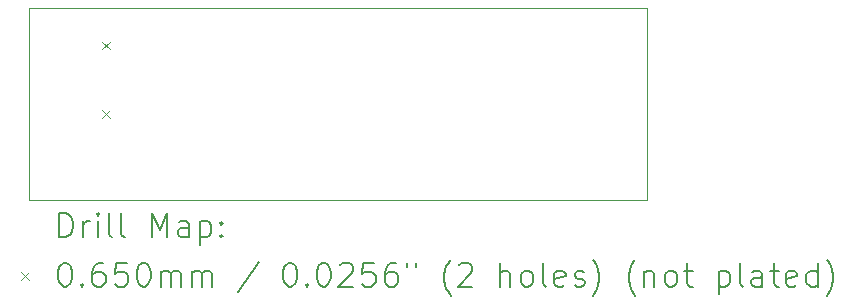
<source format=gbr>
%TF.GenerationSoftware,KiCad,Pcbnew,9.0.3*%
%TF.CreationDate,2025-08-03T15:25:44-04:00*%
%TF.ProjectId,CH32V003F4U6,43483332-5630-4303-9346-3455362e6b69,rev?*%
%TF.SameCoordinates,Original*%
%TF.FileFunction,Drillmap*%
%TF.FilePolarity,Positive*%
%FSLAX45Y45*%
G04 Gerber Fmt 4.5, Leading zero omitted, Abs format (unit mm)*
G04 Created by KiCad (PCBNEW 9.0.3) date 2025-08-03 15:25:44*
%MOMM*%
%LPD*%
G01*
G04 APERTURE LIST*
%ADD10C,0.100000*%
%ADD11C,0.200000*%
G04 APERTURE END LIST*
D10*
X12700000Y-11379200D02*
X17932400Y-11379200D01*
X17932400Y-13004800D01*
X12700000Y-13004800D01*
X12700000Y-11379200D01*
D11*
D10*
X13317500Y-11668500D02*
X13382500Y-11733500D01*
X13382500Y-11668500D02*
X13317500Y-11733500D01*
X13317500Y-12246500D02*
X13382500Y-12311500D01*
X13382500Y-12246500D02*
X13317500Y-12311500D01*
D11*
X12955777Y-13321284D02*
X12955777Y-13121284D01*
X12955777Y-13121284D02*
X13003396Y-13121284D01*
X13003396Y-13121284D02*
X13031967Y-13130808D01*
X13031967Y-13130808D02*
X13051015Y-13149855D01*
X13051015Y-13149855D02*
X13060539Y-13168903D01*
X13060539Y-13168903D02*
X13070062Y-13206998D01*
X13070062Y-13206998D02*
X13070062Y-13235569D01*
X13070062Y-13235569D02*
X13060539Y-13273665D01*
X13060539Y-13273665D02*
X13051015Y-13292712D01*
X13051015Y-13292712D02*
X13031967Y-13311760D01*
X13031967Y-13311760D02*
X13003396Y-13321284D01*
X13003396Y-13321284D02*
X12955777Y-13321284D01*
X13155777Y-13321284D02*
X13155777Y-13187950D01*
X13155777Y-13226046D02*
X13165301Y-13206998D01*
X13165301Y-13206998D02*
X13174824Y-13197474D01*
X13174824Y-13197474D02*
X13193872Y-13187950D01*
X13193872Y-13187950D02*
X13212920Y-13187950D01*
X13279586Y-13321284D02*
X13279586Y-13187950D01*
X13279586Y-13121284D02*
X13270062Y-13130808D01*
X13270062Y-13130808D02*
X13279586Y-13140331D01*
X13279586Y-13140331D02*
X13289110Y-13130808D01*
X13289110Y-13130808D02*
X13279586Y-13121284D01*
X13279586Y-13121284D02*
X13279586Y-13140331D01*
X13403396Y-13321284D02*
X13384348Y-13311760D01*
X13384348Y-13311760D02*
X13374824Y-13292712D01*
X13374824Y-13292712D02*
X13374824Y-13121284D01*
X13508158Y-13321284D02*
X13489110Y-13311760D01*
X13489110Y-13311760D02*
X13479586Y-13292712D01*
X13479586Y-13292712D02*
X13479586Y-13121284D01*
X13736729Y-13321284D02*
X13736729Y-13121284D01*
X13736729Y-13121284D02*
X13803396Y-13264141D01*
X13803396Y-13264141D02*
X13870062Y-13121284D01*
X13870062Y-13121284D02*
X13870062Y-13321284D01*
X14051015Y-13321284D02*
X14051015Y-13216522D01*
X14051015Y-13216522D02*
X14041491Y-13197474D01*
X14041491Y-13197474D02*
X14022443Y-13187950D01*
X14022443Y-13187950D02*
X13984348Y-13187950D01*
X13984348Y-13187950D02*
X13965301Y-13197474D01*
X14051015Y-13311760D02*
X14031967Y-13321284D01*
X14031967Y-13321284D02*
X13984348Y-13321284D01*
X13984348Y-13321284D02*
X13965301Y-13311760D01*
X13965301Y-13311760D02*
X13955777Y-13292712D01*
X13955777Y-13292712D02*
X13955777Y-13273665D01*
X13955777Y-13273665D02*
X13965301Y-13254617D01*
X13965301Y-13254617D02*
X13984348Y-13245093D01*
X13984348Y-13245093D02*
X14031967Y-13245093D01*
X14031967Y-13245093D02*
X14051015Y-13235569D01*
X14146253Y-13187950D02*
X14146253Y-13387950D01*
X14146253Y-13197474D02*
X14165301Y-13187950D01*
X14165301Y-13187950D02*
X14203396Y-13187950D01*
X14203396Y-13187950D02*
X14222443Y-13197474D01*
X14222443Y-13197474D02*
X14231967Y-13206998D01*
X14231967Y-13206998D02*
X14241491Y-13226046D01*
X14241491Y-13226046D02*
X14241491Y-13283188D01*
X14241491Y-13283188D02*
X14231967Y-13302236D01*
X14231967Y-13302236D02*
X14222443Y-13311760D01*
X14222443Y-13311760D02*
X14203396Y-13321284D01*
X14203396Y-13321284D02*
X14165301Y-13321284D01*
X14165301Y-13321284D02*
X14146253Y-13311760D01*
X14327205Y-13302236D02*
X14336729Y-13311760D01*
X14336729Y-13311760D02*
X14327205Y-13321284D01*
X14327205Y-13321284D02*
X14317682Y-13311760D01*
X14317682Y-13311760D02*
X14327205Y-13302236D01*
X14327205Y-13302236D02*
X14327205Y-13321284D01*
X14327205Y-13197474D02*
X14336729Y-13206998D01*
X14336729Y-13206998D02*
X14327205Y-13216522D01*
X14327205Y-13216522D02*
X14317682Y-13206998D01*
X14317682Y-13206998D02*
X14327205Y-13197474D01*
X14327205Y-13197474D02*
X14327205Y-13216522D01*
D10*
X12630000Y-13617300D02*
X12695000Y-13682300D01*
X12695000Y-13617300D02*
X12630000Y-13682300D01*
D11*
X12993872Y-13541284D02*
X13012920Y-13541284D01*
X13012920Y-13541284D02*
X13031967Y-13550808D01*
X13031967Y-13550808D02*
X13041491Y-13560331D01*
X13041491Y-13560331D02*
X13051015Y-13579379D01*
X13051015Y-13579379D02*
X13060539Y-13617474D01*
X13060539Y-13617474D02*
X13060539Y-13665093D01*
X13060539Y-13665093D02*
X13051015Y-13703188D01*
X13051015Y-13703188D02*
X13041491Y-13722236D01*
X13041491Y-13722236D02*
X13031967Y-13731760D01*
X13031967Y-13731760D02*
X13012920Y-13741284D01*
X13012920Y-13741284D02*
X12993872Y-13741284D01*
X12993872Y-13741284D02*
X12974824Y-13731760D01*
X12974824Y-13731760D02*
X12965301Y-13722236D01*
X12965301Y-13722236D02*
X12955777Y-13703188D01*
X12955777Y-13703188D02*
X12946253Y-13665093D01*
X12946253Y-13665093D02*
X12946253Y-13617474D01*
X12946253Y-13617474D02*
X12955777Y-13579379D01*
X12955777Y-13579379D02*
X12965301Y-13560331D01*
X12965301Y-13560331D02*
X12974824Y-13550808D01*
X12974824Y-13550808D02*
X12993872Y-13541284D01*
X13146253Y-13722236D02*
X13155777Y-13731760D01*
X13155777Y-13731760D02*
X13146253Y-13741284D01*
X13146253Y-13741284D02*
X13136729Y-13731760D01*
X13136729Y-13731760D02*
X13146253Y-13722236D01*
X13146253Y-13722236D02*
X13146253Y-13741284D01*
X13327205Y-13541284D02*
X13289110Y-13541284D01*
X13289110Y-13541284D02*
X13270062Y-13550808D01*
X13270062Y-13550808D02*
X13260539Y-13560331D01*
X13260539Y-13560331D02*
X13241491Y-13588903D01*
X13241491Y-13588903D02*
X13231967Y-13626998D01*
X13231967Y-13626998D02*
X13231967Y-13703188D01*
X13231967Y-13703188D02*
X13241491Y-13722236D01*
X13241491Y-13722236D02*
X13251015Y-13731760D01*
X13251015Y-13731760D02*
X13270062Y-13741284D01*
X13270062Y-13741284D02*
X13308158Y-13741284D01*
X13308158Y-13741284D02*
X13327205Y-13731760D01*
X13327205Y-13731760D02*
X13336729Y-13722236D01*
X13336729Y-13722236D02*
X13346253Y-13703188D01*
X13346253Y-13703188D02*
X13346253Y-13655569D01*
X13346253Y-13655569D02*
X13336729Y-13636522D01*
X13336729Y-13636522D02*
X13327205Y-13626998D01*
X13327205Y-13626998D02*
X13308158Y-13617474D01*
X13308158Y-13617474D02*
X13270062Y-13617474D01*
X13270062Y-13617474D02*
X13251015Y-13626998D01*
X13251015Y-13626998D02*
X13241491Y-13636522D01*
X13241491Y-13636522D02*
X13231967Y-13655569D01*
X13527205Y-13541284D02*
X13431967Y-13541284D01*
X13431967Y-13541284D02*
X13422443Y-13636522D01*
X13422443Y-13636522D02*
X13431967Y-13626998D01*
X13431967Y-13626998D02*
X13451015Y-13617474D01*
X13451015Y-13617474D02*
X13498634Y-13617474D01*
X13498634Y-13617474D02*
X13517682Y-13626998D01*
X13517682Y-13626998D02*
X13527205Y-13636522D01*
X13527205Y-13636522D02*
X13536729Y-13655569D01*
X13536729Y-13655569D02*
X13536729Y-13703188D01*
X13536729Y-13703188D02*
X13527205Y-13722236D01*
X13527205Y-13722236D02*
X13517682Y-13731760D01*
X13517682Y-13731760D02*
X13498634Y-13741284D01*
X13498634Y-13741284D02*
X13451015Y-13741284D01*
X13451015Y-13741284D02*
X13431967Y-13731760D01*
X13431967Y-13731760D02*
X13422443Y-13722236D01*
X13660539Y-13541284D02*
X13679586Y-13541284D01*
X13679586Y-13541284D02*
X13698634Y-13550808D01*
X13698634Y-13550808D02*
X13708158Y-13560331D01*
X13708158Y-13560331D02*
X13717682Y-13579379D01*
X13717682Y-13579379D02*
X13727205Y-13617474D01*
X13727205Y-13617474D02*
X13727205Y-13665093D01*
X13727205Y-13665093D02*
X13717682Y-13703188D01*
X13717682Y-13703188D02*
X13708158Y-13722236D01*
X13708158Y-13722236D02*
X13698634Y-13731760D01*
X13698634Y-13731760D02*
X13679586Y-13741284D01*
X13679586Y-13741284D02*
X13660539Y-13741284D01*
X13660539Y-13741284D02*
X13641491Y-13731760D01*
X13641491Y-13731760D02*
X13631967Y-13722236D01*
X13631967Y-13722236D02*
X13622443Y-13703188D01*
X13622443Y-13703188D02*
X13612920Y-13665093D01*
X13612920Y-13665093D02*
X13612920Y-13617474D01*
X13612920Y-13617474D02*
X13622443Y-13579379D01*
X13622443Y-13579379D02*
X13631967Y-13560331D01*
X13631967Y-13560331D02*
X13641491Y-13550808D01*
X13641491Y-13550808D02*
X13660539Y-13541284D01*
X13812920Y-13741284D02*
X13812920Y-13607950D01*
X13812920Y-13626998D02*
X13822443Y-13617474D01*
X13822443Y-13617474D02*
X13841491Y-13607950D01*
X13841491Y-13607950D02*
X13870063Y-13607950D01*
X13870063Y-13607950D02*
X13889110Y-13617474D01*
X13889110Y-13617474D02*
X13898634Y-13636522D01*
X13898634Y-13636522D02*
X13898634Y-13741284D01*
X13898634Y-13636522D02*
X13908158Y-13617474D01*
X13908158Y-13617474D02*
X13927205Y-13607950D01*
X13927205Y-13607950D02*
X13955777Y-13607950D01*
X13955777Y-13607950D02*
X13974824Y-13617474D01*
X13974824Y-13617474D02*
X13984348Y-13636522D01*
X13984348Y-13636522D02*
X13984348Y-13741284D01*
X14079586Y-13741284D02*
X14079586Y-13607950D01*
X14079586Y-13626998D02*
X14089110Y-13617474D01*
X14089110Y-13617474D02*
X14108158Y-13607950D01*
X14108158Y-13607950D02*
X14136729Y-13607950D01*
X14136729Y-13607950D02*
X14155777Y-13617474D01*
X14155777Y-13617474D02*
X14165301Y-13636522D01*
X14165301Y-13636522D02*
X14165301Y-13741284D01*
X14165301Y-13636522D02*
X14174824Y-13617474D01*
X14174824Y-13617474D02*
X14193872Y-13607950D01*
X14193872Y-13607950D02*
X14222443Y-13607950D01*
X14222443Y-13607950D02*
X14241491Y-13617474D01*
X14241491Y-13617474D02*
X14251015Y-13636522D01*
X14251015Y-13636522D02*
X14251015Y-13741284D01*
X14641491Y-13531760D02*
X14470063Y-13788903D01*
X14898634Y-13541284D02*
X14917682Y-13541284D01*
X14917682Y-13541284D02*
X14936729Y-13550808D01*
X14936729Y-13550808D02*
X14946253Y-13560331D01*
X14946253Y-13560331D02*
X14955777Y-13579379D01*
X14955777Y-13579379D02*
X14965301Y-13617474D01*
X14965301Y-13617474D02*
X14965301Y-13665093D01*
X14965301Y-13665093D02*
X14955777Y-13703188D01*
X14955777Y-13703188D02*
X14946253Y-13722236D01*
X14946253Y-13722236D02*
X14936729Y-13731760D01*
X14936729Y-13731760D02*
X14917682Y-13741284D01*
X14917682Y-13741284D02*
X14898634Y-13741284D01*
X14898634Y-13741284D02*
X14879586Y-13731760D01*
X14879586Y-13731760D02*
X14870063Y-13722236D01*
X14870063Y-13722236D02*
X14860539Y-13703188D01*
X14860539Y-13703188D02*
X14851015Y-13665093D01*
X14851015Y-13665093D02*
X14851015Y-13617474D01*
X14851015Y-13617474D02*
X14860539Y-13579379D01*
X14860539Y-13579379D02*
X14870063Y-13560331D01*
X14870063Y-13560331D02*
X14879586Y-13550808D01*
X14879586Y-13550808D02*
X14898634Y-13541284D01*
X15051015Y-13722236D02*
X15060539Y-13731760D01*
X15060539Y-13731760D02*
X15051015Y-13741284D01*
X15051015Y-13741284D02*
X15041491Y-13731760D01*
X15041491Y-13731760D02*
X15051015Y-13722236D01*
X15051015Y-13722236D02*
X15051015Y-13741284D01*
X15184348Y-13541284D02*
X15203396Y-13541284D01*
X15203396Y-13541284D02*
X15222444Y-13550808D01*
X15222444Y-13550808D02*
X15231967Y-13560331D01*
X15231967Y-13560331D02*
X15241491Y-13579379D01*
X15241491Y-13579379D02*
X15251015Y-13617474D01*
X15251015Y-13617474D02*
X15251015Y-13665093D01*
X15251015Y-13665093D02*
X15241491Y-13703188D01*
X15241491Y-13703188D02*
X15231967Y-13722236D01*
X15231967Y-13722236D02*
X15222444Y-13731760D01*
X15222444Y-13731760D02*
X15203396Y-13741284D01*
X15203396Y-13741284D02*
X15184348Y-13741284D01*
X15184348Y-13741284D02*
X15165301Y-13731760D01*
X15165301Y-13731760D02*
X15155777Y-13722236D01*
X15155777Y-13722236D02*
X15146253Y-13703188D01*
X15146253Y-13703188D02*
X15136729Y-13665093D01*
X15136729Y-13665093D02*
X15136729Y-13617474D01*
X15136729Y-13617474D02*
X15146253Y-13579379D01*
X15146253Y-13579379D02*
X15155777Y-13560331D01*
X15155777Y-13560331D02*
X15165301Y-13550808D01*
X15165301Y-13550808D02*
X15184348Y-13541284D01*
X15327206Y-13560331D02*
X15336729Y-13550808D01*
X15336729Y-13550808D02*
X15355777Y-13541284D01*
X15355777Y-13541284D02*
X15403396Y-13541284D01*
X15403396Y-13541284D02*
X15422444Y-13550808D01*
X15422444Y-13550808D02*
X15431967Y-13560331D01*
X15431967Y-13560331D02*
X15441491Y-13579379D01*
X15441491Y-13579379D02*
X15441491Y-13598427D01*
X15441491Y-13598427D02*
X15431967Y-13626998D01*
X15431967Y-13626998D02*
X15317682Y-13741284D01*
X15317682Y-13741284D02*
X15441491Y-13741284D01*
X15622444Y-13541284D02*
X15527206Y-13541284D01*
X15527206Y-13541284D02*
X15517682Y-13636522D01*
X15517682Y-13636522D02*
X15527206Y-13626998D01*
X15527206Y-13626998D02*
X15546253Y-13617474D01*
X15546253Y-13617474D02*
X15593872Y-13617474D01*
X15593872Y-13617474D02*
X15612920Y-13626998D01*
X15612920Y-13626998D02*
X15622444Y-13636522D01*
X15622444Y-13636522D02*
X15631967Y-13655569D01*
X15631967Y-13655569D02*
X15631967Y-13703188D01*
X15631967Y-13703188D02*
X15622444Y-13722236D01*
X15622444Y-13722236D02*
X15612920Y-13731760D01*
X15612920Y-13731760D02*
X15593872Y-13741284D01*
X15593872Y-13741284D02*
X15546253Y-13741284D01*
X15546253Y-13741284D02*
X15527206Y-13731760D01*
X15527206Y-13731760D02*
X15517682Y-13722236D01*
X15803396Y-13541284D02*
X15765301Y-13541284D01*
X15765301Y-13541284D02*
X15746253Y-13550808D01*
X15746253Y-13550808D02*
X15736729Y-13560331D01*
X15736729Y-13560331D02*
X15717682Y-13588903D01*
X15717682Y-13588903D02*
X15708158Y-13626998D01*
X15708158Y-13626998D02*
X15708158Y-13703188D01*
X15708158Y-13703188D02*
X15717682Y-13722236D01*
X15717682Y-13722236D02*
X15727206Y-13731760D01*
X15727206Y-13731760D02*
X15746253Y-13741284D01*
X15746253Y-13741284D02*
X15784348Y-13741284D01*
X15784348Y-13741284D02*
X15803396Y-13731760D01*
X15803396Y-13731760D02*
X15812920Y-13722236D01*
X15812920Y-13722236D02*
X15822444Y-13703188D01*
X15822444Y-13703188D02*
X15822444Y-13655569D01*
X15822444Y-13655569D02*
X15812920Y-13636522D01*
X15812920Y-13636522D02*
X15803396Y-13626998D01*
X15803396Y-13626998D02*
X15784348Y-13617474D01*
X15784348Y-13617474D02*
X15746253Y-13617474D01*
X15746253Y-13617474D02*
X15727206Y-13626998D01*
X15727206Y-13626998D02*
X15717682Y-13636522D01*
X15717682Y-13636522D02*
X15708158Y-13655569D01*
X15898634Y-13541284D02*
X15898634Y-13579379D01*
X15974825Y-13541284D02*
X15974825Y-13579379D01*
X16270063Y-13817474D02*
X16260539Y-13807950D01*
X16260539Y-13807950D02*
X16241491Y-13779379D01*
X16241491Y-13779379D02*
X16231968Y-13760331D01*
X16231968Y-13760331D02*
X16222444Y-13731760D01*
X16222444Y-13731760D02*
X16212920Y-13684141D01*
X16212920Y-13684141D02*
X16212920Y-13646046D01*
X16212920Y-13646046D02*
X16222444Y-13598427D01*
X16222444Y-13598427D02*
X16231968Y-13569855D01*
X16231968Y-13569855D02*
X16241491Y-13550808D01*
X16241491Y-13550808D02*
X16260539Y-13522236D01*
X16260539Y-13522236D02*
X16270063Y-13512712D01*
X16336729Y-13560331D02*
X16346253Y-13550808D01*
X16346253Y-13550808D02*
X16365301Y-13541284D01*
X16365301Y-13541284D02*
X16412920Y-13541284D01*
X16412920Y-13541284D02*
X16431968Y-13550808D01*
X16431968Y-13550808D02*
X16441491Y-13560331D01*
X16441491Y-13560331D02*
X16451015Y-13579379D01*
X16451015Y-13579379D02*
X16451015Y-13598427D01*
X16451015Y-13598427D02*
X16441491Y-13626998D01*
X16441491Y-13626998D02*
X16327206Y-13741284D01*
X16327206Y-13741284D02*
X16451015Y-13741284D01*
X16689110Y-13741284D02*
X16689110Y-13541284D01*
X16774825Y-13741284D02*
X16774825Y-13636522D01*
X16774825Y-13636522D02*
X16765301Y-13617474D01*
X16765301Y-13617474D02*
X16746253Y-13607950D01*
X16746253Y-13607950D02*
X16717682Y-13607950D01*
X16717682Y-13607950D02*
X16698634Y-13617474D01*
X16698634Y-13617474D02*
X16689110Y-13626998D01*
X16898634Y-13741284D02*
X16879587Y-13731760D01*
X16879587Y-13731760D02*
X16870063Y-13722236D01*
X16870063Y-13722236D02*
X16860539Y-13703188D01*
X16860539Y-13703188D02*
X16860539Y-13646046D01*
X16860539Y-13646046D02*
X16870063Y-13626998D01*
X16870063Y-13626998D02*
X16879587Y-13617474D01*
X16879587Y-13617474D02*
X16898634Y-13607950D01*
X16898634Y-13607950D02*
X16927206Y-13607950D01*
X16927206Y-13607950D02*
X16946253Y-13617474D01*
X16946253Y-13617474D02*
X16955777Y-13626998D01*
X16955777Y-13626998D02*
X16965301Y-13646046D01*
X16965301Y-13646046D02*
X16965301Y-13703188D01*
X16965301Y-13703188D02*
X16955777Y-13722236D01*
X16955777Y-13722236D02*
X16946253Y-13731760D01*
X16946253Y-13731760D02*
X16927206Y-13741284D01*
X16927206Y-13741284D02*
X16898634Y-13741284D01*
X17079587Y-13741284D02*
X17060539Y-13731760D01*
X17060539Y-13731760D02*
X17051015Y-13712712D01*
X17051015Y-13712712D02*
X17051015Y-13541284D01*
X17231968Y-13731760D02*
X17212920Y-13741284D01*
X17212920Y-13741284D02*
X17174825Y-13741284D01*
X17174825Y-13741284D02*
X17155777Y-13731760D01*
X17155777Y-13731760D02*
X17146253Y-13712712D01*
X17146253Y-13712712D02*
X17146253Y-13636522D01*
X17146253Y-13636522D02*
X17155777Y-13617474D01*
X17155777Y-13617474D02*
X17174825Y-13607950D01*
X17174825Y-13607950D02*
X17212920Y-13607950D01*
X17212920Y-13607950D02*
X17231968Y-13617474D01*
X17231968Y-13617474D02*
X17241492Y-13636522D01*
X17241492Y-13636522D02*
X17241492Y-13655569D01*
X17241492Y-13655569D02*
X17146253Y-13674617D01*
X17317682Y-13731760D02*
X17336730Y-13741284D01*
X17336730Y-13741284D02*
X17374825Y-13741284D01*
X17374825Y-13741284D02*
X17393873Y-13731760D01*
X17393873Y-13731760D02*
X17403396Y-13712712D01*
X17403396Y-13712712D02*
X17403396Y-13703188D01*
X17403396Y-13703188D02*
X17393873Y-13684141D01*
X17393873Y-13684141D02*
X17374825Y-13674617D01*
X17374825Y-13674617D02*
X17346253Y-13674617D01*
X17346253Y-13674617D02*
X17327206Y-13665093D01*
X17327206Y-13665093D02*
X17317682Y-13646046D01*
X17317682Y-13646046D02*
X17317682Y-13636522D01*
X17317682Y-13636522D02*
X17327206Y-13617474D01*
X17327206Y-13617474D02*
X17346253Y-13607950D01*
X17346253Y-13607950D02*
X17374825Y-13607950D01*
X17374825Y-13607950D02*
X17393873Y-13617474D01*
X17470063Y-13817474D02*
X17479587Y-13807950D01*
X17479587Y-13807950D02*
X17498634Y-13779379D01*
X17498634Y-13779379D02*
X17508158Y-13760331D01*
X17508158Y-13760331D02*
X17517682Y-13731760D01*
X17517682Y-13731760D02*
X17527206Y-13684141D01*
X17527206Y-13684141D02*
X17527206Y-13646046D01*
X17527206Y-13646046D02*
X17517682Y-13598427D01*
X17517682Y-13598427D02*
X17508158Y-13569855D01*
X17508158Y-13569855D02*
X17498634Y-13550808D01*
X17498634Y-13550808D02*
X17479587Y-13522236D01*
X17479587Y-13522236D02*
X17470063Y-13512712D01*
X17831968Y-13817474D02*
X17822444Y-13807950D01*
X17822444Y-13807950D02*
X17803396Y-13779379D01*
X17803396Y-13779379D02*
X17793873Y-13760331D01*
X17793873Y-13760331D02*
X17784349Y-13731760D01*
X17784349Y-13731760D02*
X17774825Y-13684141D01*
X17774825Y-13684141D02*
X17774825Y-13646046D01*
X17774825Y-13646046D02*
X17784349Y-13598427D01*
X17784349Y-13598427D02*
X17793873Y-13569855D01*
X17793873Y-13569855D02*
X17803396Y-13550808D01*
X17803396Y-13550808D02*
X17822444Y-13522236D01*
X17822444Y-13522236D02*
X17831968Y-13512712D01*
X17908158Y-13607950D02*
X17908158Y-13741284D01*
X17908158Y-13626998D02*
X17917682Y-13617474D01*
X17917682Y-13617474D02*
X17936730Y-13607950D01*
X17936730Y-13607950D02*
X17965301Y-13607950D01*
X17965301Y-13607950D02*
X17984349Y-13617474D01*
X17984349Y-13617474D02*
X17993873Y-13636522D01*
X17993873Y-13636522D02*
X17993873Y-13741284D01*
X18117682Y-13741284D02*
X18098634Y-13731760D01*
X18098634Y-13731760D02*
X18089111Y-13722236D01*
X18089111Y-13722236D02*
X18079587Y-13703188D01*
X18079587Y-13703188D02*
X18079587Y-13646046D01*
X18079587Y-13646046D02*
X18089111Y-13626998D01*
X18089111Y-13626998D02*
X18098634Y-13617474D01*
X18098634Y-13617474D02*
X18117682Y-13607950D01*
X18117682Y-13607950D02*
X18146254Y-13607950D01*
X18146254Y-13607950D02*
X18165301Y-13617474D01*
X18165301Y-13617474D02*
X18174825Y-13626998D01*
X18174825Y-13626998D02*
X18184349Y-13646046D01*
X18184349Y-13646046D02*
X18184349Y-13703188D01*
X18184349Y-13703188D02*
X18174825Y-13722236D01*
X18174825Y-13722236D02*
X18165301Y-13731760D01*
X18165301Y-13731760D02*
X18146254Y-13741284D01*
X18146254Y-13741284D02*
X18117682Y-13741284D01*
X18241492Y-13607950D02*
X18317682Y-13607950D01*
X18270063Y-13541284D02*
X18270063Y-13712712D01*
X18270063Y-13712712D02*
X18279587Y-13731760D01*
X18279587Y-13731760D02*
X18298634Y-13741284D01*
X18298634Y-13741284D02*
X18317682Y-13741284D01*
X18536730Y-13607950D02*
X18536730Y-13807950D01*
X18536730Y-13617474D02*
X18555777Y-13607950D01*
X18555777Y-13607950D02*
X18593873Y-13607950D01*
X18593873Y-13607950D02*
X18612920Y-13617474D01*
X18612920Y-13617474D02*
X18622444Y-13626998D01*
X18622444Y-13626998D02*
X18631968Y-13646046D01*
X18631968Y-13646046D02*
X18631968Y-13703188D01*
X18631968Y-13703188D02*
X18622444Y-13722236D01*
X18622444Y-13722236D02*
X18612920Y-13731760D01*
X18612920Y-13731760D02*
X18593873Y-13741284D01*
X18593873Y-13741284D02*
X18555777Y-13741284D01*
X18555777Y-13741284D02*
X18536730Y-13731760D01*
X18746254Y-13741284D02*
X18727206Y-13731760D01*
X18727206Y-13731760D02*
X18717682Y-13712712D01*
X18717682Y-13712712D02*
X18717682Y-13541284D01*
X18908158Y-13741284D02*
X18908158Y-13636522D01*
X18908158Y-13636522D02*
X18898635Y-13617474D01*
X18898635Y-13617474D02*
X18879587Y-13607950D01*
X18879587Y-13607950D02*
X18841492Y-13607950D01*
X18841492Y-13607950D02*
X18822444Y-13617474D01*
X18908158Y-13731760D02*
X18889111Y-13741284D01*
X18889111Y-13741284D02*
X18841492Y-13741284D01*
X18841492Y-13741284D02*
X18822444Y-13731760D01*
X18822444Y-13731760D02*
X18812920Y-13712712D01*
X18812920Y-13712712D02*
X18812920Y-13693665D01*
X18812920Y-13693665D02*
X18822444Y-13674617D01*
X18822444Y-13674617D02*
X18841492Y-13665093D01*
X18841492Y-13665093D02*
X18889111Y-13665093D01*
X18889111Y-13665093D02*
X18908158Y-13655569D01*
X18974825Y-13607950D02*
X19051015Y-13607950D01*
X19003396Y-13541284D02*
X19003396Y-13712712D01*
X19003396Y-13712712D02*
X19012920Y-13731760D01*
X19012920Y-13731760D02*
X19031968Y-13741284D01*
X19031968Y-13741284D02*
X19051015Y-13741284D01*
X19193873Y-13731760D02*
X19174825Y-13741284D01*
X19174825Y-13741284D02*
X19136730Y-13741284D01*
X19136730Y-13741284D02*
X19117682Y-13731760D01*
X19117682Y-13731760D02*
X19108158Y-13712712D01*
X19108158Y-13712712D02*
X19108158Y-13636522D01*
X19108158Y-13636522D02*
X19117682Y-13617474D01*
X19117682Y-13617474D02*
X19136730Y-13607950D01*
X19136730Y-13607950D02*
X19174825Y-13607950D01*
X19174825Y-13607950D02*
X19193873Y-13617474D01*
X19193873Y-13617474D02*
X19203396Y-13636522D01*
X19203396Y-13636522D02*
X19203396Y-13655569D01*
X19203396Y-13655569D02*
X19108158Y-13674617D01*
X19374825Y-13741284D02*
X19374825Y-13541284D01*
X19374825Y-13731760D02*
X19355777Y-13741284D01*
X19355777Y-13741284D02*
X19317682Y-13741284D01*
X19317682Y-13741284D02*
X19298635Y-13731760D01*
X19298635Y-13731760D02*
X19289111Y-13722236D01*
X19289111Y-13722236D02*
X19279587Y-13703188D01*
X19279587Y-13703188D02*
X19279587Y-13646046D01*
X19279587Y-13646046D02*
X19289111Y-13626998D01*
X19289111Y-13626998D02*
X19298635Y-13617474D01*
X19298635Y-13617474D02*
X19317682Y-13607950D01*
X19317682Y-13607950D02*
X19355777Y-13607950D01*
X19355777Y-13607950D02*
X19374825Y-13617474D01*
X19451016Y-13817474D02*
X19460539Y-13807950D01*
X19460539Y-13807950D02*
X19479587Y-13779379D01*
X19479587Y-13779379D02*
X19489111Y-13760331D01*
X19489111Y-13760331D02*
X19498635Y-13731760D01*
X19498635Y-13731760D02*
X19508158Y-13684141D01*
X19508158Y-13684141D02*
X19508158Y-13646046D01*
X19508158Y-13646046D02*
X19498635Y-13598427D01*
X19498635Y-13598427D02*
X19489111Y-13569855D01*
X19489111Y-13569855D02*
X19479587Y-13550808D01*
X19479587Y-13550808D02*
X19460539Y-13522236D01*
X19460539Y-13522236D02*
X19451016Y-13512712D01*
M02*

</source>
